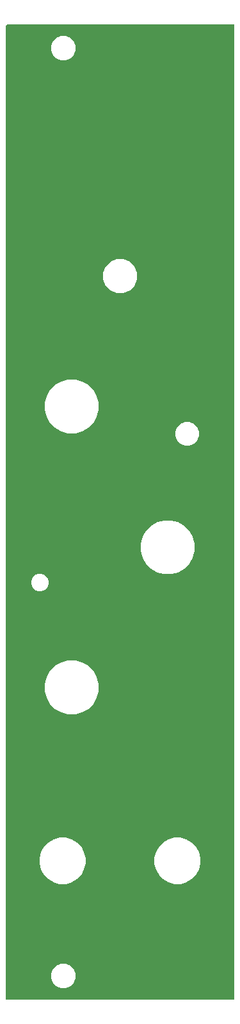
<source format=gbr>
G04 EAGLE Gerber RS-274X export*
G75*
%MOMM*%
%FSLAX34Y34*%
%LPD*%
%INTop Copper*%
%IPPOS*%
%AMOC8*
5,1,8,0,0,1.08239X$1,22.5*%
G01*

G36*
X300118Y-1254D02*
X300118Y-1254D01*
X300237Y-1247D01*
X300275Y-1234D01*
X300316Y-1229D01*
X300426Y-1186D01*
X300539Y-1149D01*
X300574Y-1127D01*
X300611Y-1112D01*
X300707Y-1043D01*
X300808Y-979D01*
X300836Y-949D01*
X300869Y-926D01*
X300945Y-834D01*
X301026Y-747D01*
X301046Y-712D01*
X301071Y-681D01*
X301122Y-573D01*
X301180Y-469D01*
X301190Y-429D01*
X301207Y-393D01*
X301229Y-276D01*
X301259Y-161D01*
X301263Y-101D01*
X301267Y-81D01*
X301265Y-60D01*
X301269Y0D01*
X301269Y1285000D01*
X301254Y1285118D01*
X301247Y1285237D01*
X301234Y1285275D01*
X301229Y1285316D01*
X301186Y1285426D01*
X301149Y1285539D01*
X301127Y1285574D01*
X301112Y1285611D01*
X301043Y1285707D01*
X300979Y1285808D01*
X300949Y1285836D01*
X300926Y1285869D01*
X300834Y1285945D01*
X300747Y1286026D01*
X300712Y1286046D01*
X300681Y1286071D01*
X300573Y1286122D01*
X300469Y1286180D01*
X300429Y1286190D01*
X300393Y1286207D01*
X300276Y1286229D01*
X300161Y1286259D01*
X300101Y1286263D01*
X300081Y1286267D01*
X300060Y1286265D01*
X300000Y1286269D01*
X1000Y1286269D01*
X902Y1286257D01*
X803Y1286254D01*
X745Y1286237D01*
X684Y1286229D01*
X592Y1286193D01*
X497Y1286165D01*
X445Y1286135D01*
X389Y1286112D01*
X309Y1286054D01*
X223Y1286004D01*
X148Y1285938D01*
X131Y1285926D01*
X124Y1285916D01*
X103Y1285898D01*
X-898Y1284898D01*
X-958Y1284819D01*
X-1026Y1284747D01*
X-1055Y1284694D01*
X-1092Y1284646D01*
X-1132Y1284555D01*
X-1180Y1284469D01*
X-1195Y1284410D01*
X-1219Y1284354D01*
X-1234Y1284256D01*
X-1259Y1284161D01*
X-1265Y1284061D01*
X-1269Y1284040D01*
X-1267Y1284028D01*
X-1269Y1284000D01*
X-1269Y0D01*
X-1254Y-118D01*
X-1247Y-237D01*
X-1234Y-275D01*
X-1229Y-316D01*
X-1186Y-426D01*
X-1149Y-539D01*
X-1127Y-574D01*
X-1112Y-611D01*
X-1043Y-707D01*
X-979Y-808D01*
X-949Y-836D01*
X-926Y-869D01*
X-834Y-945D01*
X-747Y-1026D01*
X-712Y-1046D01*
X-681Y-1071D01*
X-573Y-1122D01*
X-469Y-1180D01*
X-429Y-1190D01*
X-393Y-1207D01*
X-276Y-1229D01*
X-161Y-1259D01*
X-101Y-1263D01*
X-81Y-1267D01*
X-60Y-1265D01*
X0Y-1269D01*
X300000Y-1269D01*
X300118Y-1254D01*
G37*
%LPC*%
G36*
X208326Y560499D02*
X208326Y560499D01*
X199297Y562919D01*
X191202Y567592D01*
X184592Y574202D01*
X179919Y582297D01*
X177499Y591326D01*
X177499Y600674D01*
X179919Y609703D01*
X184592Y617798D01*
X191202Y624408D01*
X199297Y629081D01*
X208326Y631501D01*
X217674Y631501D01*
X226703Y629081D01*
X234798Y624408D01*
X241408Y617798D01*
X246081Y609703D01*
X248501Y600674D01*
X248501Y591326D01*
X246081Y582297D01*
X241408Y574202D01*
X234798Y567592D01*
X226703Y562919D01*
X217674Y560499D01*
X208326Y560499D01*
G37*
%LPD*%
%LPC*%
G36*
X81326Y746499D02*
X81326Y746499D01*
X72297Y748919D01*
X64202Y753592D01*
X57592Y760202D01*
X52919Y768297D01*
X50499Y777326D01*
X50499Y786674D01*
X52919Y795703D01*
X57592Y803798D01*
X64202Y810408D01*
X72297Y815081D01*
X81326Y817501D01*
X90674Y817501D01*
X99703Y815081D01*
X107798Y810408D01*
X114408Y803798D01*
X119081Y795703D01*
X121501Y786674D01*
X121501Y777326D01*
X119081Y768297D01*
X114408Y760202D01*
X107798Y753592D01*
X99703Y748919D01*
X90674Y746499D01*
X81326Y746499D01*
G37*
%LPD*%
%LPC*%
G36*
X81326Y375499D02*
X81326Y375499D01*
X72297Y377919D01*
X64202Y382592D01*
X57592Y389202D01*
X52919Y397297D01*
X50499Y406326D01*
X50499Y415674D01*
X52919Y424703D01*
X57592Y432798D01*
X64202Y439408D01*
X72297Y444081D01*
X81326Y446501D01*
X90674Y446501D01*
X99703Y444081D01*
X107798Y439408D01*
X114408Y432798D01*
X119081Y424703D01*
X121501Y415674D01*
X121501Y406326D01*
X119081Y397297D01*
X114408Y389202D01*
X107798Y382592D01*
X99703Y377919D01*
X90674Y375499D01*
X81326Y375499D01*
G37*
%LPD*%
%LPC*%
G36*
X69984Y151499D02*
X69984Y151499D01*
X62227Y153578D01*
X55272Y157593D01*
X49593Y163272D01*
X45578Y170227D01*
X43499Y177984D01*
X43499Y186016D01*
X45578Y193773D01*
X49593Y200728D01*
X55272Y206407D01*
X62227Y210422D01*
X69984Y212501D01*
X78016Y212501D01*
X85773Y210422D01*
X92728Y206407D01*
X98407Y200728D01*
X102422Y193773D01*
X104501Y186016D01*
X104501Y177984D01*
X102422Y170227D01*
X98407Y163272D01*
X92728Y157593D01*
X85773Y153578D01*
X78016Y151499D01*
X69984Y151499D01*
G37*
%LPD*%
%LPC*%
G36*
X221984Y151499D02*
X221984Y151499D01*
X214227Y153578D01*
X207272Y157593D01*
X201593Y163272D01*
X197578Y170227D01*
X195499Y177984D01*
X195499Y186016D01*
X197578Y193773D01*
X201593Y200728D01*
X207272Y206407D01*
X214227Y210422D01*
X221984Y212501D01*
X230016Y212501D01*
X237773Y210422D01*
X244728Y206407D01*
X250407Y200728D01*
X254422Y193773D01*
X256501Y186016D01*
X256501Y177984D01*
X254422Y170227D01*
X250407Y163272D01*
X244728Y157593D01*
X237773Y153578D01*
X230016Y151499D01*
X221984Y151499D01*
G37*
%LPD*%
%LPC*%
G36*
X145534Y931549D02*
X145534Y931549D01*
X137283Y934967D01*
X130967Y941283D01*
X127549Y949534D01*
X127549Y958466D01*
X130967Y966717D01*
X137283Y973033D01*
X145534Y976451D01*
X154466Y976451D01*
X162717Y973033D01*
X169033Y966717D01*
X172451Y958466D01*
X172451Y949534D01*
X169033Y941283D01*
X162717Y934967D01*
X154466Y931549D01*
X145534Y931549D01*
G37*
%LPD*%
%LPC*%
G36*
X71817Y13999D02*
X71817Y13999D01*
X65936Y16435D01*
X61435Y20936D01*
X58999Y26817D01*
X58999Y33183D01*
X61435Y39064D01*
X65936Y43565D01*
X71817Y46001D01*
X78183Y46001D01*
X84064Y43565D01*
X88565Y39064D01*
X91001Y33183D01*
X91001Y26817D01*
X88565Y20936D01*
X84064Y16435D01*
X78183Y13999D01*
X71817Y13999D01*
G37*
%LPD*%
%LPC*%
G36*
X71817Y1238999D02*
X71817Y1238999D01*
X65936Y1241435D01*
X61435Y1245936D01*
X58999Y1251817D01*
X58999Y1258183D01*
X61435Y1264064D01*
X65936Y1268565D01*
X71817Y1271001D01*
X78183Y1271001D01*
X84064Y1268565D01*
X88565Y1264064D01*
X91001Y1258183D01*
X91001Y1251817D01*
X88565Y1245936D01*
X84064Y1241435D01*
X78183Y1238999D01*
X71817Y1238999D01*
G37*
%LPD*%
%LPC*%
G36*
X235917Y730499D02*
X235917Y730499D01*
X230220Y732859D01*
X225859Y737220D01*
X223499Y742917D01*
X223499Y749083D01*
X225859Y754780D01*
X230220Y759141D01*
X235917Y761501D01*
X242083Y761501D01*
X247780Y759141D01*
X252141Y754780D01*
X254501Y749083D01*
X254501Y742917D01*
X252141Y737220D01*
X247780Y732859D01*
X242083Y730499D01*
X235917Y730499D01*
G37*
%LPD*%
%LPC*%
G36*
X41422Y537849D02*
X41422Y537849D01*
X37214Y539593D01*
X33993Y542814D01*
X32249Y547022D01*
X32249Y551578D01*
X33993Y555786D01*
X37214Y559007D01*
X41422Y560751D01*
X45978Y560751D01*
X50186Y559007D01*
X53407Y555786D01*
X55151Y551578D01*
X55151Y547022D01*
X53407Y542814D01*
X50186Y539593D01*
X45978Y537849D01*
X41422Y537849D01*
G37*
%LPD*%
M02*

</source>
